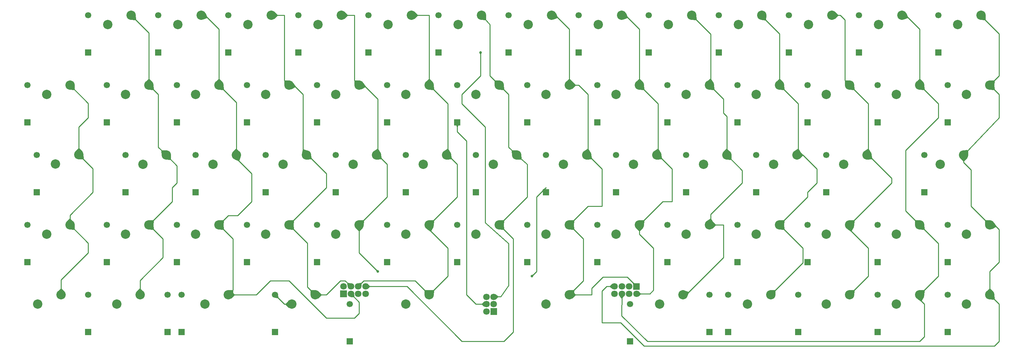
<source format=gbl>
G04 Layer: BottomLayer*
G04 EasyEDA v6.3.53, 2020-06-17T23:21:06+02:00*
G04 04ce8127e00047ebb4670b429beeeb49,c5fe026039d2484e9a32019ccd8c5756,10*
G04 Gerber Generator version 0.2*
G04 Scale: 100 percent, Rotated: No, Reflected: No *
G04 Dimensions in millimeters *
G04 leading zeros omitted , absolute positions ,3 integer and 3 decimal *
%FSLAX33Y33*%
%MOMM*%
G90*
G71D02*

%ADD10C,0.254000*%
%ADD11C,0.700024*%
%ADD12C,0.699999*%
%ADD13C,1.799996*%
%ADD15C,2.540000*%
%ADD16C,1.699260*%
%ADD17R,1.699260X1.699260*%
%ADD18C,0.259994*%

%LPD*%
G54D10*
G01X169524Y17952D02*
G01X166969Y20507D01*
G01X160428Y20507D01*
G01X157380Y17459D01*
G01X157380Y15681D01*
G01X151284Y15681D01*
G01X258472Y53781D02*
G01X258472Y51749D01*
G01X260504Y49717D01*
G01X260504Y39811D01*
G01X265584Y34731D01*
G01X265584Y34731D02*
G01X266854Y34731D01*
G01X268124Y33461D01*
G01X268124Y25841D01*
G01X268124Y24571D01*
G01X265584Y22031D01*
G01X265584Y15681D01*
G01X265584Y72831D02*
G01X265584Y72831D01*
G01X268124Y70291D01*
G01X268124Y63941D01*
G01X258472Y53781D01*
G01X128693Y13141D02*
G01X125884Y13141D01*
G01X123344Y15681D01*
G01X123344Y57591D01*
G01X120804Y60131D01*
G01X120804Y62671D01*
G01X127154Y81721D02*
G01X127154Y75371D01*
G01X122074Y70291D01*
G01X122074Y67751D01*
G01X128424Y61401D01*
G01X128424Y35366D01*
G01X134774Y29651D01*
G01X134774Y18221D01*
G01X132615Y15173D01*
G01X130694Y15141D01*
G01X71274Y15681D02*
G01X73814Y13141D01*
G01X75846Y13141D01*
G01X169524Y15951D02*
G01X173144Y15951D01*
G01X174144Y16951D01*
G01X174144Y28381D01*
G01X170334Y32191D01*
G01X170334Y34731D01*
G01X41683Y53781D02*
G01X39524Y55940D01*
G01X39524Y70291D01*
G01X36984Y72831D02*
G01X39524Y70291D01*
G01X41683Y53781D02*
G01X44604Y50860D01*
G01X44604Y46161D01*
G01X43334Y44891D01*
G01X43334Y41081D01*
G01X39524Y37271D01*
G01X36984Y34731D01*
G01X75084Y34731D02*
G01X80073Y29742D01*
G01X80073Y17804D01*
G01X82196Y15681D01*
G01X98833Y53781D02*
G01X99214Y53781D01*
G01X101754Y51241D01*
G01X101754Y42351D01*
G01X94134Y34731D01*
G01X113184Y34731D02*
G01X120804Y42351D01*
G01X120804Y51241D01*
G01X118264Y53781D01*
G01X117883Y53781D01*
G01X132234Y72831D02*
G01X129694Y75371D01*
G01X129694Y89341D01*
G01X127408Y91881D01*
G01X127408Y91881D01*
G01X136933Y53781D02*
G01X134774Y55940D01*
G01X134774Y70291D01*
G01X132524Y72541D01*
G01X132234Y34731D02*
G01X139854Y42351D01*
G01X139854Y51241D01*
G01X136933Y53781D01*
G01X95864Y17952D02*
G01X107103Y17952D01*
G01X122074Y2981D01*
G01X133504Y2981D01*
G01X136044Y5521D01*
G01X136044Y30921D01*
G01X132524Y34441D01*
G01X165523Y15950D02*
G01X165508Y9966D01*
G01X172493Y2981D01*
G01X237644Y2981D01*
G01X246534Y2981D01*
G01X247804Y4251D01*
G01X247804Y9331D01*
G01X247804Y13141D01*
G01X246534Y14411D01*
G01X246534Y15681D01*
G01X163524Y17952D02*
G01X161444Y17967D01*
G01X160174Y16697D01*
G01X160174Y8061D01*
G01X165254Y8061D01*
G01X171604Y1711D01*
G01X257964Y1711D01*
G01X266854Y1711D01*
G01X268124Y2981D01*
G01X268124Y13141D01*
G01X265584Y15681D01*
G01X99214Y22031D02*
G01X94134Y27111D01*
G01X94134Y34731D01*
G01X91864Y15951D02*
G01X94134Y13681D01*
G01X94134Y10601D01*
G01X92864Y9331D01*
G01X85244Y9331D01*
G01X75084Y19491D01*
G01X70004Y19491D01*
G01X66194Y15681D01*
G01X58574Y15681D01*
G01X91864Y17951D02*
G01X90324Y19491D01*
G01X89054Y19491D01*
G01X85244Y15681D01*
G01X82196Y15681D01*
G01X93864Y17951D02*
G01X95404Y19491D01*
G01X109374Y19491D01*
G01X113184Y15681D01*
G01X142394Y22031D02*
G01X142394Y42351D01*
G01X144934Y44891D01*
G01X144934Y44891D01*
G01X142394Y22031D02*
G01X141124Y20761D01*
G01X189673Y72542D02*
G01X189673Y86766D01*
G01X184558Y91881D01*
G01X263171Y91881D02*
G01X263171Y91754D01*
G01X268124Y86801D01*
G01X268124Y75371D01*
G01X265584Y72831D01*
G01X246534Y34731D02*
G01X251614Y29651D01*
G01X251614Y20761D01*
G01X246534Y15681D01*
G01X246534Y72831D02*
G01X251614Y67751D01*
G01X251614Y63941D01*
G01X242724Y55051D01*
G01X242724Y38541D01*
G01X246534Y34731D01*
G01X241708Y91881D02*
G01X242724Y91881D01*
G01X246534Y88071D01*
G01X246534Y72831D01*
G01X227484Y34731D02*
G01X227484Y33461D01*
G01X232564Y28381D01*
G01X232564Y20761D01*
G01X227484Y15681D01*
G01X232183Y53781D02*
G01X232564Y53781D01*
G01X238914Y47431D01*
G01X238914Y46161D01*
G01X227484Y34731D01*
G01X227484Y72831D02*
G01X232564Y67751D01*
G01X232564Y54162D01*
G01X232183Y53781D01*
G01X222658Y91881D02*
G01X224944Y91881D01*
G01X226214Y90611D01*
G01X226214Y74101D01*
G01X227484Y72831D01*
G01X208434Y34731D02*
G01X214784Y28381D01*
G01X214784Y24444D01*
G01X206021Y15681D01*
G01X213133Y53781D02*
G01X214784Y53781D01*
G01X218594Y49971D01*
G01X218594Y46161D01*
G01X216054Y43621D01*
G01X216054Y42351D01*
G01X208434Y34731D01*
G01X208434Y72831D02*
G01X213514Y67751D01*
G01X213514Y54162D01*
G01X213133Y53781D01*
G01X203608Y91881D02*
G01X203608Y91627D01*
G01X208434Y86801D01*
G01X208434Y72831D01*
G01X194083Y53781D02*
G01X194083Y64322D01*
G01X193194Y65211D01*
G01X193194Y69021D01*
G01X189384Y72831D01*
G01X189727Y34731D02*
G01X189727Y37613D01*
G01X198274Y46161D01*
G01X198274Y49590D01*
G01X194083Y53781D01*
G01X182145Y15681D02*
G01X183034Y15681D01*
G01X193194Y25841D01*
G01X193194Y34731D01*
G01X189384Y34731D01*
G01X175033Y53781D02*
G01X175414Y53781D01*
G01X179224Y49971D01*
G01X179224Y41081D01*
G01X176684Y41081D01*
G01X170334Y34731D01*
G01X170334Y72831D02*
G01X175414Y67751D01*
G01X175414Y54162D01*
G01X175033Y53781D01*
G01X165508Y91881D02*
G01X166524Y91881D01*
G01X170334Y88071D01*
G01X170334Y72831D01*
G01X151284Y34731D02*
G01X155094Y30921D01*
G01X155094Y19491D01*
G01X151284Y15681D01*
G01X155983Y53781D02*
G01X156364Y53781D01*
G01X160174Y49971D01*
G01X160174Y39811D01*
G01X156364Y39811D01*
G01X151284Y34731D01*
G01X151284Y72831D02*
G01X153824Y72831D01*
G01X156364Y70291D01*
G01X156364Y54162D01*
G01X155983Y53781D01*
G01X146458Y91881D02*
G01X147474Y91881D01*
G01X151284Y88071D01*
G01X151284Y72831D01*
G01X113184Y34731D02*
G01X113184Y33461D01*
G01X118264Y28381D01*
G01X118264Y20761D01*
G01X113184Y15681D01*
G01X113184Y72831D02*
G01X118264Y67751D01*
G01X118264Y54162D01*
G01X117883Y53781D01*
G01X108358Y91881D02*
G01X113184Y91881D01*
G01X113184Y72831D01*
G01X89308Y91881D02*
G01X92864Y91881D01*
G01X92864Y74101D01*
G01X94134Y72831D01*
G01X94134Y72831D02*
G01X95404Y72831D01*
G01X99214Y69021D01*
G01X99214Y54162D01*
G01X98833Y53781D01*
G01X79783Y53781D02*
G01X80164Y53781D01*
G01X85244Y48701D01*
G01X85244Y44891D01*
G01X75084Y34731D01*
G01X75084Y72831D02*
G01X76354Y72831D01*
G01X78894Y70291D01*
G01X78894Y54670D01*
G01X79783Y53781D01*
G01X70258Y91881D02*
G01X73814Y91881D01*
G01X73814Y74101D01*
G01X75084Y72831D01*
G01X17934Y53908D02*
G01X17934Y61401D01*
G01X20474Y63941D01*
G01X20474Y67878D01*
G01X15521Y72831D01*
G01X15521Y34731D02*
G01X15521Y37398D01*
G01X21744Y43621D01*
G01X21744Y50098D01*
G01X17934Y53908D01*
G01X13108Y15681D02*
G01X13108Y19745D01*
G01X20474Y27111D01*
G01X20474Y29778D01*
G01X15521Y34731D01*
G01X36984Y72831D02*
G01X36984Y87055D01*
G01X32158Y91881D01*
G01X34571Y15681D02*
G01X34571Y19618D01*
G01X40794Y25841D01*
G01X40794Y30921D01*
G01X36984Y34731D01*
G01X56034Y34731D02*
G01X59844Y30921D01*
G01X59844Y16951D01*
G01X58574Y15681D01*
G01X60733Y53781D02*
G01X60733Y52892D01*
G01X64924Y48701D01*
G01X64924Y41081D01*
G01X61114Y37271D01*
G01X58574Y37271D01*
G01X56034Y34731D01*
G01X51208Y91881D02*
G01X52224Y91881D01*
G01X56034Y88071D01*
G01X56034Y72831D01*
G54D18*
G01X60733Y53781D02*
G01X60733Y68132D01*
G01X56034Y72831D01*
G54D13*
G01X163524Y15951D03*
G01X128694Y15141D03*
G01X95864Y15951D03*

%LPD*%
G36*
G01X162924Y17281D02*
G01X162934Y18630D01*
G01X162300Y18088D01*
G01X162298Y17834D01*
G01X162924Y17281D01*
G37*

%LPD*%
G36*
G01X166197Y15353D02*
G01X164847Y15358D01*
G01X165393Y14726D01*
G01X165647Y14725D01*
G01X166197Y15353D01*
G37*

%LPD*%
G36*
G01X170749Y16078D02*
G01X170119Y16626D01*
G01X170119Y15276D01*
G01X170749Y15824D01*
G01X170749Y16078D01*
G37*

%LPD*%
G36*
G01X131917Y15288D02*
G01X131278Y15826D01*
G01X131301Y14476D01*
G01X131921Y15034D01*
G01X131917Y15288D01*
G37*

%LPD*%
G36*
G01X128099Y12466D02*
G01X128099Y13816D01*
G01X127469Y13268D01*
G01X127469Y13014D01*
G01X128099Y12466D01*
G37*

%LPD*%
G36*
G01X33471Y90748D02*
G01X33426Y91960D01*
G01X32079Y90613D01*
G01X33291Y90568D01*
G01X33471Y90748D01*
G37*

%LPD*%
G36*
G01X52877Y91408D02*
G01X52328Y92480D01*
G01X51662Y90695D01*
G01X52779Y91146D01*
G01X52877Y91408D01*
G37*

%LPD*%
G36*
G01X71987Y92008D02*
G01X71098Y92833D01*
G01X71098Y90928D01*
G01X71987Y91754D01*
G01X71987Y92008D01*
G37*

%LPD*%
G36*
G01X91037Y92008D02*
G01X90148Y92833D01*
G01X90148Y90928D01*
G01X91037Y91754D01*
G01X91037Y92008D01*
G37*

%LPD*%
G36*
G01X110087Y92008D02*
G01X109198Y92833D01*
G01X109198Y90928D01*
G01X110087Y91754D01*
G01X110087Y92008D01*
G37*

%LPD*%
G36*
G01X128659Y90681D02*
G01X128678Y91894D01*
G01X127262Y90619D01*
G01X128470Y90511D01*
G01X128659Y90681D01*
G37*

%LPD*%
G36*
G01X148127Y91408D02*
G01X147578Y92480D01*
G01X146912Y90695D01*
G01X148029Y91146D01*
G01X148127Y91408D01*
G37*

%LPD*%
G36*
G01X167177Y91408D02*
G01X166628Y92480D01*
G01X165962Y90695D01*
G01X167079Y91146D01*
G01X167177Y91408D01*
G37*

%LPD*%
G36*
G01X185871Y90748D02*
G01X185826Y91960D01*
G01X184479Y90613D01*
G01X185691Y90568D01*
G01X185871Y90748D01*
G37*

%LPD*%
G36*
G01X204796Y90618D02*
G01X204877Y91828D01*
G01X203397Y90628D01*
G01X204598Y90457D01*
G01X204796Y90618D01*
G37*

%LPD*%
G36*
G01X224387Y92008D02*
G01X223498Y92833D01*
G01X223498Y90928D01*
G01X224387Y91754D01*
G01X224387Y92008D01*
G37*

%LPD*%
G36*
G01X243377Y91408D02*
G01X242828Y92480D01*
G01X242162Y90695D01*
G01X243279Y91146D01*
G01X243377Y91408D01*
G37*

%LPD*%
G36*
G01X264423Y90681D02*
G01X264441Y91894D01*
G01X263026Y90619D01*
G01X264234Y90511D01*
G01X264423Y90681D01*
G37*

%LPD*%
G36*
G01X16834Y71698D02*
G01X16789Y72910D01*
G01X15442Y71563D01*
G01X16654Y71518D01*
G01X16834Y71698D01*
G37*

%LPD*%
G36*
G01X38297Y71698D02*
G01X38252Y72910D01*
G01X36905Y71563D01*
G01X38117Y71518D01*
G01X38297Y71698D01*
G37*

%LPD*%
G36*
G01X37111Y74560D02*
G01X36857Y74560D01*
G01X36032Y73671D01*
G01X37937Y73671D01*
G01X37111Y74560D01*
G37*

%LPD*%
G36*
G01X56161Y74560D02*
G01X55907Y74560D01*
G01X55082Y73671D01*
G01X56987Y73671D01*
G01X56161Y74560D01*
G37*

%LPD*%
G36*
G01X57349Y71700D02*
G01X57302Y72910D01*
G01X55955Y71563D01*
G01X57165Y71516D01*
G01X57349Y71700D01*
G37*

%LPD*%
G36*
G01X76799Y72565D02*
G01X76126Y73557D01*
G01X75675Y71706D01*
G01X76729Y72277D01*
G01X76799Y72565D01*
G37*

%LPD*%
G36*
G01X75164Y74098D02*
G01X73951Y74143D01*
G01X73772Y73964D01*
G01X73817Y72751D01*
G01X75164Y74098D01*
G37*

%LPD*%
G36*
G01X94214Y74098D02*
G01X93001Y74143D01*
G01X92822Y73964D01*
G01X92867Y72751D01*
G01X94214Y74098D01*
G37*

%LPD*%
G36*
G01X95849Y72565D02*
G01X95176Y73557D01*
G01X94725Y71706D01*
G01X95779Y72277D01*
G01X95849Y72565D01*
G37*

%LPD*%
G36*
G01X114497Y71698D02*
G01X114452Y72910D01*
G01X113105Y71563D01*
G01X114317Y71518D01*
G01X114497Y71698D01*
G37*

%LPD*%
G36*
G01X113311Y74560D02*
G01X113057Y74560D01*
G01X112232Y73671D01*
G01X114137Y73671D01*
G01X113311Y74560D01*
G37*

%LPD*%
G36*
G01X132314Y74098D02*
G01X131101Y74143D01*
G01X130922Y73964D01*
G01X130967Y72751D01*
G01X132314Y74098D01*
G37*

%LPD*%
G36*
G01X133547Y71698D02*
G01X133502Y72910D01*
G01X132155Y71563D01*
G01X133367Y71518D01*
G01X133547Y71698D01*
G37*

%LPD*%
G36*
G01X153013Y72958D02*
G01X152124Y73783D01*
G01X152124Y71878D01*
G01X153013Y72704D01*
G01X153013Y72958D01*
G37*

%LPD*%
G36*
G01X151411Y74560D02*
G01X151157Y74560D01*
G01X150332Y73671D01*
G01X152237Y73671D01*
G01X151411Y74560D01*
G37*

%LPD*%
G36*
G01X171647Y71698D02*
G01X171602Y72910D01*
G01X170255Y71563D01*
G01X171467Y71518D01*
G01X171647Y71698D01*
G37*

%LPD*%
G36*
G01X170461Y74560D02*
G01X170207Y74560D01*
G01X169382Y73671D01*
G01X171287Y73671D01*
G01X170461Y74560D01*
G37*

%LPD*%
G36*
G01X189800Y74514D02*
G01X189546Y74557D01*
G01X188585Y73818D01*
G01X190463Y73500D01*
G01X189800Y74514D01*
G37*

%LPD*%
G36*
G01X190697Y71698D02*
G01X190652Y72910D01*
G01X189305Y71563D01*
G01X190517Y71518D01*
G01X190697Y71698D01*
G37*

%LPD*%
G36*
G01X209747Y71698D02*
G01X209702Y72910D01*
G01X208355Y71563D01*
G01X209567Y71518D01*
G01X209747Y71698D01*
G37*

%LPD*%
G36*
G01X208561Y74560D02*
G01X208307Y74560D01*
G01X207482Y73671D01*
G01X209387Y73671D01*
G01X208561Y74560D01*
G37*

%LPD*%
G36*
G01X228797Y71698D02*
G01X228752Y72910D01*
G01X227405Y71563D01*
G01X228617Y71518D01*
G01X228797Y71698D01*
G37*

%LPD*%
G36*
G01X227564Y74098D02*
G01X226351Y74143D01*
G01X226172Y73964D01*
G01X226217Y72751D01*
G01X227564Y74098D01*
G37*

%LPD*%
G36*
G01X247847Y71698D02*
G01X247802Y72910D01*
G01X246455Y71563D01*
G01X247667Y71518D01*
G01X247847Y71698D01*
G37*

%LPD*%
G36*
G01X246661Y74560D02*
G01X246407Y74560D01*
G01X245582Y73671D01*
G01X247487Y73671D01*
G01X246661Y74560D01*
G37*

%LPD*%
G36*
G01X266897Y71698D02*
G01X266852Y72910D01*
G01X265505Y71563D01*
G01X266717Y71518D01*
G01X266897Y71698D01*
G37*

%LPD*%
G36*
G01X266897Y73964D02*
G01X266717Y74143D01*
G01X265505Y74098D01*
G01X266852Y72751D01*
G01X266897Y73964D01*
G37*

%LPD*%
G36*
G01X18061Y55637D02*
G01X17807Y55637D01*
G01X16982Y54748D01*
G01X18887Y54748D01*
G01X18061Y55637D01*
G37*

%LPD*%
G36*
G01X19247Y52775D02*
G01X19202Y53987D01*
G01X17855Y52640D01*
G01X19067Y52595D01*
G01X19247Y52775D01*
G37*

%LPD*%
G36*
G01X41763Y55048D02*
G01X40550Y55093D01*
G01X40371Y54914D01*
G01X40416Y53701D01*
G01X41763Y55048D01*
G37*

%LPD*%
G36*
G01X42996Y52648D02*
G01X42951Y53860D01*
G01X41604Y52513D01*
G01X42816Y52468D01*
G01X42996Y52648D01*
G37*

%LPD*%
G36*
G01X61552Y52252D02*
G01X61943Y53394D01*
G01X60198Y52629D01*
G01X61303Y52143D01*
G01X61552Y52252D01*
G37*

%LPD*%
G36*
G01X60863Y55510D02*
G01X60603Y55510D01*
G01X59781Y54621D01*
G01X61686Y54621D01*
G01X60863Y55510D01*
G37*

%LPD*%
G36*
G01X81257Y52868D02*
G01X81023Y54057D01*
G01X79902Y52516D01*
G01X81106Y52660D01*
G01X81257Y52868D01*
G37*

%LPD*%
G36*
G01X80168Y54991D02*
G01X79021Y55340D01*
G01X78767Y55188D01*
G01X78534Y54012D01*
G01X80168Y54991D01*
G37*

%LPD*%
G36*
G01X100307Y52868D02*
G01X100073Y54057D01*
G01X98952Y52516D01*
G01X100156Y52660D01*
G01X100307Y52868D01*
G37*

%LPD*%
G36*
G01X99341Y55439D02*
G01X99087Y55496D01*
G01X98089Y54810D01*
G01X99947Y54390D01*
G01X99341Y55439D01*
G37*

%LPD*%
G36*
G01X119357Y52868D02*
G01X119123Y54057D01*
G01X118002Y52516D01*
G01X119206Y52660D01*
G01X119357Y52868D01*
G37*

%LPD*%
G36*
G01X118391Y55439D02*
G01X118137Y55496D01*
G01X117139Y54810D01*
G01X118997Y54390D01*
G01X118391Y55439D01*
G37*

%LPD*%
G36*
G01X137013Y55048D02*
G01X135800Y55093D01*
G01X135621Y54914D01*
G01X135666Y53701D01*
G01X137013Y55048D01*
G37*

%LPD*%
G36*
G01X138321Y52742D02*
G01X138192Y53948D01*
G01X136942Y52511D01*
G01X138155Y52550D01*
G01X138321Y52742D01*
G37*

%LPD*%
G36*
G01X157457Y52868D02*
G01X157223Y54057D01*
G01X156102Y52516D01*
G01X157306Y52660D01*
G01X157457Y52868D01*
G37*

%LPD*%
G36*
G01X156491Y55439D02*
G01X156237Y55496D01*
G01X155239Y54810D01*
G01X157097Y54390D01*
G01X156491Y55439D01*
G37*

%LPD*%
G36*
G01X176507Y52868D02*
G01X176273Y54057D01*
G01X175152Y52516D01*
G01X176356Y52660D01*
G01X176507Y52868D01*
G37*

%LPD*%
G36*
G01X175541Y55439D02*
G01X175287Y55496D01*
G01X174289Y54810D01*
G01X176147Y54390D01*
G01X175541Y55439D01*
G37*

%LPD*%
G36*
G01X194210Y55510D02*
G01X193956Y55510D01*
G01X193131Y54621D01*
G01X195036Y54621D01*
G01X194210Y55510D01*
G37*

%LPD*%
G36*
G01X195396Y52648D02*
G01X195351Y53860D01*
G01X194004Y52513D01*
G01X195216Y52468D01*
G01X195396Y52648D01*
G37*

%LPD*%
G36*
G01X214784Y53908D02*
G01X213973Y54733D01*
G01X213973Y52828D01*
G01X214784Y53654D01*
G01X214784Y53908D01*
G37*

%LPD*%
G36*
G01X213641Y55439D02*
G01X213387Y55496D01*
G01X212389Y54810D01*
G01X214247Y54390D01*
G01X213641Y55439D01*
G37*

%LPD*%
G36*
G01X233657Y52868D02*
G01X233423Y54057D01*
G01X232302Y52516D01*
G01X233506Y52660D01*
G01X233657Y52868D01*
G37*

%LPD*%
G36*
G01X232691Y55439D02*
G01X232437Y55496D01*
G01X231439Y54810D01*
G01X233297Y54390D01*
G01X232691Y55439D01*
G37*

%LPD*%
G36*
G01X259425Y52941D02*
G01X257520Y52941D01*
G01X258345Y52052D01*
G01X258599Y52052D01*
G01X259425Y52941D01*
G37*

%LPD*%
G36*
G01X259755Y54947D02*
G01X259571Y55122D01*
G01X258360Y55046D01*
G01X259741Y53734D01*
G01X259755Y54947D01*
G37*

%LPD*%
G36*
G01X15648Y36460D02*
G01X15394Y36460D01*
G01X14569Y35571D01*
G01X16474Y35571D01*
G01X15648Y36460D01*
G37*

%LPD*%
G36*
G01X16834Y33598D02*
G01X16789Y34810D01*
G01X15442Y33463D01*
G01X16654Y33418D01*
G01X16834Y33598D01*
G37*

%LPD*%
G36*
G01X38297Y35864D02*
G01X38117Y36043D01*
G01X36905Y35998D01*
G01X38252Y34651D01*
G01X38297Y35864D01*
G37*

%LPD*%
G36*
G01X38297Y33598D02*
G01X38252Y34810D01*
G01X36905Y33463D01*
G01X38117Y33418D01*
G01X38297Y33598D01*
G37*

%LPD*%
G36*
G01X57347Y33598D02*
G01X57302Y34810D01*
G01X55955Y33463D01*
G01X57167Y33418D01*
G01X57347Y33598D01*
G37*

%LPD*%
G36*
G01X57347Y35864D02*
G01X57167Y36043D01*
G01X55955Y35998D01*
G01X57302Y34651D01*
G01X57347Y35864D01*
G37*

%LPD*%
G36*
G01X76397Y33598D02*
G01X76352Y34810D01*
G01X75005Y33463D01*
G01X76217Y33418D01*
G01X76397Y33598D01*
G37*

%LPD*%
G36*
G01X76397Y35864D02*
G01X76217Y36043D01*
G01X75005Y35998D01*
G01X76352Y34651D01*
G01X76397Y35864D01*
G37*

%LPD*%
G36*
G01X95447Y35864D02*
G01X95267Y36043D01*
G01X94055Y35998D01*
G01X95402Y34651D01*
G01X95447Y35864D01*
G37*

%LPD*%
G36*
G01X95087Y33891D02*
G01X93182Y33891D01*
G01X94007Y33002D01*
G01X94261Y33002D01*
G01X95087Y33891D01*
G37*

%LPD*%
G36*
G01X114497Y35864D02*
G01X114317Y36043D01*
G01X113105Y35998D01*
G01X114452Y34651D01*
G01X114497Y35864D01*
G37*

%LPD*%
G36*
G01X113738Y33086D02*
G01X114309Y34140D01*
G01X112458Y33689D01*
G01X113450Y33016D01*
G01X113738Y33086D01*
G37*

%LPD*%
G36*
G01X133547Y35864D02*
G01X133367Y36043D01*
G01X132155Y35998D01*
G01X133502Y34651D01*
G01X133547Y35864D01*
G37*

%LPD*%
G36*
G01X133547Y33598D02*
G01X133502Y34810D01*
G01X132155Y33463D01*
G01X133367Y33418D01*
G01X133547Y33598D01*
G37*

%LPD*%
G36*
G01X152597Y33598D02*
G01X152552Y34810D01*
G01X151205Y33463D01*
G01X152417Y33418D01*
G01X152597Y33598D01*
G37*

%LPD*%
G36*
G01X152597Y35864D02*
G01X152417Y36043D01*
G01X151205Y35998D01*
G01X152552Y34651D01*
G01X152597Y35864D01*
G37*

%LPD*%
G36*
G01X171287Y33891D02*
G01X169382Y33891D01*
G01X170207Y33002D01*
G01X170461Y33002D01*
G01X171287Y33891D01*
G37*

%LPD*%
G36*
G01X171647Y35864D02*
G01X171467Y36043D01*
G01X170255Y35998D01*
G01X171602Y34651D01*
G01X171647Y35864D01*
G37*

%LPD*%
G36*
G01X189854Y36400D02*
G01X189600Y36451D01*
G01X188617Y35743D01*
G01X190484Y35365D01*
G01X189854Y36400D01*
G37*

%LPD*%
G36*
G01X191113Y34858D02*
G01X190224Y35683D01*
G01X190224Y33778D01*
G01X191113Y34604D01*
G01X191113Y34858D01*
G37*

%LPD*%
G36*
G01X209747Y33598D02*
G01X209702Y34810D01*
G01X208355Y33463D01*
G01X209567Y33418D01*
G01X209747Y33598D01*
G37*

%LPD*%
G36*
G01X209747Y35864D02*
G01X209567Y36043D01*
G01X208355Y35998D01*
G01X209702Y34651D01*
G01X209747Y35864D01*
G37*

%LPD*%
G36*
G01X228038Y33086D02*
G01X228609Y34140D01*
G01X226758Y33689D01*
G01X227750Y33016D01*
G01X228038Y33086D01*
G37*

%LPD*%
G36*
G01X228797Y35864D02*
G01X228617Y36043D01*
G01X227405Y35998D01*
G01X228752Y34651D01*
G01X228797Y35864D01*
G37*

%LPD*%
G36*
G01X247847Y33598D02*
G01X247802Y34810D01*
G01X246455Y33463D01*
G01X247667Y33418D01*
G01X247847Y33598D01*
G37*

%LPD*%
G36*
G01X246614Y35998D02*
G01X245401Y36043D01*
G01X245222Y35864D01*
G01X245267Y34651D01*
G01X246614Y35998D01*
G37*

%LPD*%
G36*
G01X265664Y35998D02*
G01X264451Y36043D01*
G01X264272Y35864D01*
G01X264317Y34651D01*
G01X265664Y35998D01*
G37*

%LPD*%
G36*
G01X267299Y34465D02*
G01X266626Y35457D01*
G01X266175Y33606D01*
G01X267229Y34177D01*
G01X267299Y34465D01*
G37*

%LPD*%
G36*
G01X13235Y17410D02*
G01X12981Y17410D01*
G01X12156Y16521D01*
G01X14061Y16521D01*
G01X13235Y17410D01*
G37*

%LPD*%
G36*
G01X34698Y17410D02*
G01X34444Y17410D01*
G01X33619Y16521D01*
G01X35524Y16521D01*
G01X34698Y17410D01*
G37*

%LPD*%
G36*
G01X60303Y15808D02*
G01X59414Y16633D01*
G01X59414Y14728D01*
G01X60303Y15554D01*
G01X60303Y15808D01*
G37*

%LPD*%
G36*
G01X59887Y16814D02*
G01X59707Y16993D01*
G01X58495Y16948D01*
G01X59842Y15601D01*
G01X59887Y16814D01*
G37*

%LPD*%
G36*
G01X75006Y12188D02*
G01X75006Y14093D01*
G01X74117Y13268D01*
G01X74117Y13014D01*
G01X75006Y12188D01*
G37*

%LPD*%
G36*
G01X82276Y16948D02*
G01X81063Y16993D01*
G01X80884Y16814D01*
G01X80929Y15601D01*
G01X82276Y16948D01*
G37*

%LPD*%
G36*
G01X83925Y15808D02*
G01X83036Y16633D01*
G01X83036Y14728D01*
G01X83925Y15554D01*
G01X83925Y15808D01*
G37*

%LPD*%
G36*
G01X113264Y16948D02*
G01X112051Y16993D01*
G01X111872Y16814D01*
G01X111917Y15601D01*
G01X113264Y16948D01*
G37*

%LPD*%
G36*
G01X114497Y16814D02*
G01X114317Y16993D01*
G01X113105Y16948D01*
G01X114452Y15601D01*
G01X114497Y16814D01*
G37*

%LPD*%
G36*
G01X153013Y15808D02*
G01X152124Y16633D01*
G01X152124Y14728D01*
G01X153013Y15554D01*
G01X153013Y15808D01*
G37*

%LPD*%
G36*
G01X152597Y16814D02*
G01X152417Y16993D01*
G01X151205Y16948D01*
G01X152552Y15601D01*
G01X152597Y16814D01*
G37*

%LPD*%
G36*
G01X183674Y16500D02*
G01X182532Y16890D01*
G01X183297Y15146D01*
G01X183783Y16250D01*
G01X183674Y16500D01*
G37*

%LPD*%
G36*
G01X207334Y16814D02*
G01X207154Y16993D01*
G01X205942Y16948D01*
G01X207289Y15601D01*
G01X207334Y16814D01*
G37*

%LPD*%
G36*
G01X228797Y16814D02*
G01X228617Y16993D01*
G01X227405Y16948D01*
G01X228752Y15601D01*
G01X228797Y16814D01*
G37*

%LPD*%
G36*
G01X247088Y14036D02*
G01X247659Y15090D01*
G01X245808Y14639D01*
G01X246800Y13966D01*
G01X247088Y14036D01*
G37*

%LPD*%
G36*
G01X247847Y16814D02*
G01X247667Y16993D01*
G01X246455Y16948D01*
G01X247802Y15601D01*
G01X247847Y16814D01*
G37*

%LPD*%
G36*
G01X265711Y17410D02*
G01X265457Y17410D01*
G01X264632Y16521D01*
G01X266537Y16521D01*
G01X265711Y17410D01*
G37*

%LPD*%
G36*
G01X266897Y14548D02*
G01X266852Y15760D01*
G01X265505Y14413D01*
G01X266717Y14368D01*
G01X266897Y14548D01*
G37*

%LPD*%
G36*
G01X72182Y14953D02*
G01X72122Y15734D01*
G01X71221Y14833D01*
G01X72002Y14773D01*
G01X72182Y14953D01*
G37*

%LPD*%
G36*
G01X97089Y18079D02*
G01X96459Y18626D01*
G01X96460Y17276D01*
G01X97090Y17825D01*
G01X97089Y18079D01*
G37*

%LPD*%
G36*
G01X94820Y18727D02*
G01X94641Y18907D01*
G01X93808Y18849D01*
G01X94762Y17894D01*
G01X94820Y18727D01*
G37*

%LPD*%
G36*
G01X91921Y18849D02*
G01X91088Y18907D01*
G01X90908Y18727D01*
G01X90966Y17894D01*
G01X91921Y18849D01*
G37*

%LPD*%
G36*
G01X92820Y15174D02*
G01X92762Y16007D01*
G01X91808Y15053D01*
G01X92641Y14995D01*
G01X92820Y15174D01*
G37*

%LPD*%
G36*
G01X127417Y81489D02*
G01X126892Y81489D01*
G01X127027Y81244D01*
G01X127281Y81244D01*
G01X127417Y81489D01*
G37*

%LPD*%
G36*
G01X141551Y21008D02*
G01X141371Y21188D01*
G01X141102Y21110D01*
G01X141473Y20739D01*
G01X141551Y21008D01*
G37*

%LPD*%
G36*
G01X99236Y22380D02*
G01X98967Y22458D01*
G01X98787Y22278D01*
G01X98865Y22009D01*
G01X99236Y22380D01*
G37*

%LPD*%
G36*
G01X169073Y18851D02*
G01X168669Y18985D01*
G01X168489Y18806D01*
G01X168624Y18402D01*
G01X169073Y18851D01*
G37*

%LPD*%
G36*
G01X121122Y61821D02*
G01X120487Y61821D01*
G01X120677Y61440D01*
G01X120931Y61440D01*
G01X121122Y61821D01*
G37*

%LPD*%
G36*
G01X144084Y43724D02*
G01X144084Y44359D01*
G01X143703Y43840D01*
G01X143703Y43480D01*
G01X144084Y43724D01*
G37*

%LPD*%
G36*
G01X145074Y44851D02*
G01X144715Y44851D01*
G01X144196Y44470D01*
G01X144831Y44470D01*
G01X145074Y44851D01*
G37*
G54D12*
G01X127154Y81721D03*
G01X141124Y20761D03*
G54D13*
G01X163524Y17951D03*
G01X165524Y15951D03*
G01X165524Y17951D03*
G01X167524Y15951D03*
G01X167524Y17951D03*
G01X169524Y15951D03*
G36*
G01X170424Y17051D02*
G01X170424Y18851D01*
G01X168624Y18851D01*
G01X168624Y17051D01*
G01X170424Y17051D01*
G37*
G01X130694Y15141D03*
G01X128694Y13141D03*
G01X130694Y13141D03*
G01X128694Y11141D03*
G36*
G01X129794Y10241D02*
G01X131594Y10241D01*
G01X131594Y12041D01*
G01X129794Y12041D01*
G01X129794Y10241D01*
G37*
G54D15*
G01X25808Y89341D03*
G01X32158Y91881D03*
G01X44858Y89341D03*
G01X51208Y91881D03*
G01X63908Y89341D03*
G01X70258Y91881D03*
G01X82958Y89341D03*
G01X89308Y91881D03*
G01X102008Y89341D03*
G01X108358Y91881D03*
G01X121058Y89341D03*
G01X127408Y91881D03*
G01X140108Y89341D03*
G01X146458Y91881D03*
G01X159158Y89341D03*
G01X165508Y91881D03*
G01X178208Y89341D03*
G01X184558Y91881D03*
G01X197258Y89341D03*
G01X203608Y91881D03*
G01X216308Y89341D03*
G01X222658Y91881D03*
G01X235358Y89341D03*
G01X241708Y91881D03*
G01X256821Y89341D03*
G01X263171Y91881D03*
G01X9171Y70291D03*
G01X15521Y72831D03*
G01X30634Y70291D03*
G01X36984Y72831D03*
G01X49684Y70291D03*
G01X56034Y72831D03*
G01X68734Y70291D03*
G01X75084Y72831D03*
G01X87784Y70291D03*
G01X94134Y72831D03*
G01X106834Y70291D03*
G01X113184Y72831D03*
G01X125884Y70291D03*
G01X132234Y72831D03*
G01X144934Y70291D03*
G01X151284Y72831D03*
G01X163984Y70291D03*
G01X170334Y72831D03*
G01X183034Y70291D03*
G01X189384Y72831D03*
G01X202084Y70291D03*
G01X208434Y72831D03*
G01X221134Y70291D03*
G01X227484Y72831D03*
G01X240184Y70291D03*
G01X246534Y72831D03*
G01X259234Y70291D03*
G01X265584Y72831D03*
G01X11584Y51368D03*
G01X17934Y53908D03*
G01X35333Y51241D03*
G01X41683Y53781D03*
G01X54383Y51241D03*
G01X60733Y53781D03*
G01X73433Y51241D03*
G01X79783Y53781D03*
G01X92483Y51241D03*
G01X98833Y53781D03*
G01X111533Y51241D03*
G01X117883Y53781D03*
G01X130583Y51241D03*
G01X136933Y53781D03*
G01X149633Y51241D03*
G01X155983Y53781D03*
G01X168683Y51241D03*
G01X175033Y53781D03*
G01X187733Y51241D03*
G01X194083Y53781D03*
G01X206783Y51241D03*
G01X213133Y53781D03*
G01X225833Y51241D03*
G01X232183Y53781D03*
G01X252122Y51241D03*
G01X258472Y53781D03*
G01X9171Y32191D03*
G01X15521Y34731D03*
G01X30634Y32191D03*
G01X36984Y34731D03*
G01X49684Y32191D03*
G01X56034Y34731D03*
G01X68734Y32191D03*
G01X75084Y34731D03*
G01X87784Y32191D03*
G01X94134Y34731D03*
G01X106834Y32191D03*
G01X113184Y34731D03*
G01X125884Y32191D03*
G01X132234Y34731D03*
G01X144934Y32191D03*
G01X151284Y34731D03*
G01X163984Y32191D03*
G01X170334Y34731D03*
G01X183034Y32191D03*
G01X189384Y34731D03*
G01X202084Y32191D03*
G01X208434Y34731D03*
G01X221134Y32191D03*
G01X227484Y34731D03*
G01X240184Y32191D03*
G01X246534Y34731D03*
G01X259234Y32191D03*
G01X265584Y34731D03*
G01X6758Y13141D03*
G01X13108Y15681D03*
G01X28221Y13141D03*
G01X34571Y15681D03*
G01X52224Y13141D03*
G01X58574Y15681D03*
G01X75846Y13141D03*
G01X82196Y15681D03*
G01X106834Y13141D03*
G01X113184Y15681D03*
G01X144934Y13141D03*
G01X151284Y15681D03*
G01X175795Y13141D03*
G01X182145Y15681D03*
G01X199671Y13141D03*
G01X206021Y15681D03*
G01X221134Y13141D03*
G01X227484Y15681D03*
G01X240184Y13141D03*
G01X246534Y15681D03*
G01X259234Y13141D03*
G01X265584Y15681D03*
G54D16*
G01X63654Y72831D03*
G54D17*
G01X63654Y62671D03*
G54D16*
G01X20474Y15681D03*
G54D17*
G01X20474Y5521D03*
G54D16*
G01X30634Y53781D03*
G54D17*
G01X30634Y43621D03*
G54D16*
G01X20474Y91881D03*
G54D17*
G01X20474Y81721D03*
G54D16*
G01X39524Y91881D03*
G54D17*
G01X39524Y81721D03*
G54D16*
G01X58574Y91881D03*
G54D17*
G01X58574Y81721D03*
G54D16*
G01X77624Y91881D03*
G54D17*
G01X77624Y81721D03*
G54D16*
G01X96674Y91881D03*
G54D17*
G01X96674Y81721D03*
G54D16*
G01X115724Y91881D03*
G54D17*
G01X115724Y81721D03*
G54D16*
G01X134774Y91881D03*
G54D17*
G01X134774Y81721D03*
G54D16*
G01X153824Y91881D03*
G54D17*
G01X153824Y81721D03*
G54D16*
G01X172874Y91881D03*
G54D17*
G01X172874Y81721D03*
G54D16*
G01X191924Y91881D03*
G54D17*
G01X191924Y81721D03*
G54D16*
G01X210974Y91881D03*
G54D17*
G01X210974Y81721D03*
G54D16*
G01X230024Y91881D03*
G54D17*
G01X230024Y81721D03*
G54D16*
G01X251614Y91881D03*
G54D17*
G01X251614Y81721D03*
G54D16*
G01X3964Y72831D03*
G54D17*
G01X3964Y62671D03*
G54D16*
G01X25554Y72831D03*
G54D17*
G01X25554Y62671D03*
G54D16*
G01X44604Y72831D03*
G54D17*
G01X44604Y62671D03*
G54D16*
G01X82704Y72831D03*
G54D17*
G01X82704Y62671D03*
G54D16*
G01X101754Y72831D03*
G54D17*
G01X101754Y62671D03*
G54D16*
G01X120804Y72831D03*
G54D17*
G01X120804Y62671D03*
G54D16*
G01X139854Y72831D03*
G54D17*
G01X139854Y62671D03*
G54D16*
G01X158904Y72831D03*
G54D17*
G01X158904Y62671D03*
G54D16*
G01X177954Y72831D03*
G54D17*
G01X177954Y62671D03*
G54D16*
G01X197004Y72831D03*
G54D17*
G01X197004Y62671D03*
G54D16*
G01X216054Y72831D03*
G54D17*
G01X216054Y62671D03*
G54D16*
G01X235104Y72831D03*
G54D17*
G01X235104Y62671D03*
G54D16*
G01X254154Y72831D03*
G54D17*
G01X254154Y62671D03*
G54D16*
G01X6504Y53781D03*
G54D17*
G01X6504Y43621D03*
G54D16*
G01X49684Y53781D03*
G54D17*
G01X49684Y43621D03*
G54D16*
G01X68734Y53781D03*
G54D17*
G01X68734Y43621D03*
G54D16*
G01X87784Y53781D03*
G54D17*
G01X87784Y43621D03*
G54D16*
G01X106834Y53781D03*
G54D17*
G01X106834Y43621D03*
G54D16*
G01X125884Y53781D03*
G54D17*
G01X125884Y43621D03*
G54D16*
G01X144934Y53781D03*
G54D17*
G01X144934Y43621D03*
G54D16*
G01X163984Y53781D03*
G54D17*
G01X163984Y43621D03*
G54D16*
G01X183034Y53781D03*
G54D17*
G01X183034Y43621D03*
G54D16*
G01X202084Y53781D03*
G54D17*
G01X202084Y43621D03*
G54D16*
G01X221134Y53781D03*
G54D17*
G01X221134Y43621D03*
G54D16*
G01X247804Y53781D03*
G54D17*
G01X247804Y43621D03*
G54D16*
G01X3964Y34731D03*
G54D17*
G01X3964Y24571D03*
G54D16*
G01X25554Y34731D03*
G54D17*
G01X25554Y24571D03*
G54D16*
G01X63654Y34731D03*
G54D17*
G01X63654Y24571D03*
G54D16*
G01X82704Y34731D03*
G54D17*
G01X82704Y24571D03*
G54D16*
G01X101754Y34731D03*
G54D17*
G01X101754Y24571D03*
G54D16*
G01X120804Y34731D03*
G54D17*
G01X120804Y24571D03*
G54D16*
G01X139854Y34731D03*
G54D17*
G01X139854Y24571D03*
G54D16*
G01X158904Y34731D03*
G54D17*
G01X158904Y24571D03*
G54D16*
G01X177954Y34731D03*
G54D17*
G01X177954Y24571D03*
G54D16*
G01X197004Y34731D03*
G54D17*
G01X197004Y24571D03*
G54D16*
G01X216054Y34731D03*
G54D17*
G01X216054Y24571D03*
G54D16*
G01X235104Y34731D03*
G54D17*
G01X235104Y24571D03*
G54D16*
G01X254154Y34731D03*
G54D17*
G01X254154Y24571D03*
G54D16*
G01X42064Y15681D03*
G54D17*
G01X42064Y5521D03*
G54D16*
G01X45874Y15681D03*
G54D17*
G01X45874Y5521D03*
G54D16*
G01X71274Y15681D03*
G54D17*
G01X71274Y5521D03*
G54D16*
G01X91594Y13141D03*
G54D17*
G01X91594Y2981D03*
G54D16*
G01X189384Y15681D03*
G54D17*
G01X189384Y5521D03*
G54D16*
G01X194464Y15681D03*
G54D17*
G01X194464Y5521D03*
G54D16*
G01X213514Y15681D03*
G54D17*
G01X213514Y5521D03*
G54D16*
G01X235104Y15681D03*
G54D17*
G01X235104Y5521D03*
G54D16*
G01X44604Y34731D03*
G54D17*
G01X44604Y24571D03*
G54D16*
G01X254154Y15681D03*
G54D17*
G01X254154Y5521D03*
G54D16*
G01X167794Y13141D03*
G54D17*
G01X167794Y2981D03*
G54D13*
G01X95864Y17951D03*
G01X93864Y17951D03*
G01X93864Y15951D03*
G01X91864Y17951D03*
G01X91864Y15951D03*
G01X89864Y17951D03*
G36*
G01X88964Y16851D02*
G01X88964Y15051D01*
G01X90764Y15051D01*
G01X90764Y16851D01*
G01X88964Y16851D01*
G37*
G54D11*
G01X99214Y22031D03*
M00*
M02*

</source>
